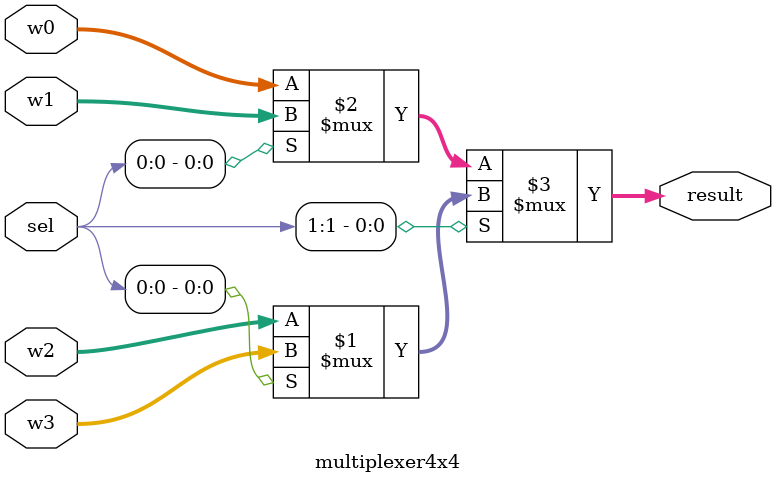
<source format=v>
`timescale 1ns / 1ps

`timescale 1 ns/1 ns

module multiplexer4x4 (
	input [3:0] w3 ,
	input [3:0] w2 ,
	input [3:0] w1 ,
	input [3:0] w0 ,
	input [1:0] sel ,
	output [3:0] result 
);

	assign result = sel[1] ? (sel[0] ? w3 : w2) : (sel[0] ? w1 : w0);

endmodule

</source>
